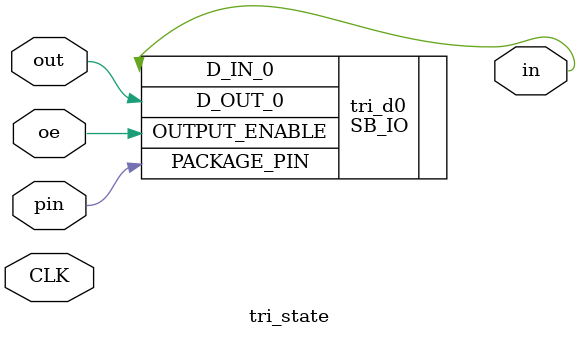
<source format=v>
module tri_state (
    input CLK,
    inout pin,
    input out,
    input oe,
    output in
  );

  //assign in = io_d_0;
  /*assign pin = (oe) ?  out : 1'bz;

  always @ ( posedge CLK ) begin
      in <= pin;
  end*/
  /*
  SB_IO #(
      .PIN_TYPE(6'b1010_01),
      .PULLUP(1'b0)
  ) tri_d0 (
      .PACKAGE_PIN(io_d_0),
      .OUTPUT_ENABLE(d_oe[0]),
      .D_OUT_0(d_output[0]),
      .D_IN_0(d_input[0])
  );*/

  SB_IO #(
      .PIN_TYPE(6'b1010_01),
      .PULLUP(1'b0)
  ) tri_d0 (
      .PACKAGE_PIN(pin),
      .OUTPUT_ENABLE(oe),
      .D_OUT_0(out),
      .D_IN_0(in)
  );

endmodule // tri_state

</source>
